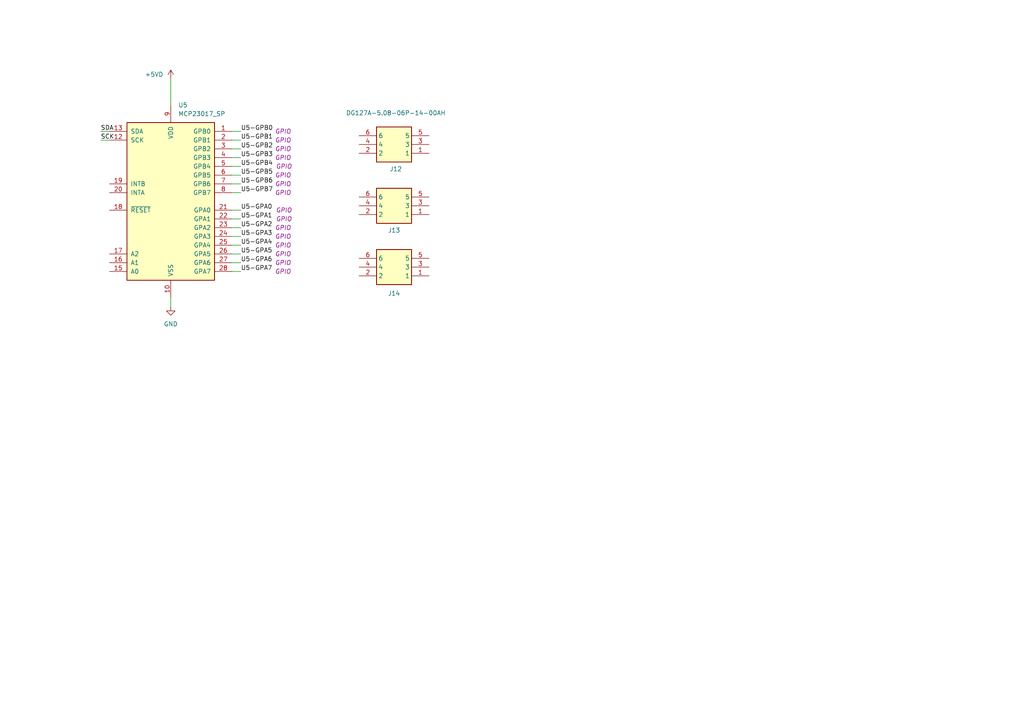
<source format=kicad_sch>
(kicad_sch (version 20250114) (generator "eeschema") (generator_version "9.0")
  (paper "A4")
  (lib_symbols
    (symbol "1_tme:DG127A-5.08-06P-14-00AH"
      (property "Reference" "J" (at 16.51 7.62 0))
      (property "Value" "DG127A-5.08-06P-14-00AH" (at 16.51 5.08 0))
      (symbol "DG127A-5.08-06P-14-00AH_1_1"
        (rectangle (start 5.08 2.54) (end 15.24 -7.62) (stroke (width 0.254)) (fill (type background)))
        (pin passive line (at 0 0 0) (length 5.08) (name "2") (number "2"))
        (pin passive line (at 0 -2.54 0) (length 5.08) (name "4") (number "4"))
        (pin passive line (at 0 -5.08 0) (length 5.08) (name "6") (number "6"))
        (pin passive line (at 20.32 0 180) (length 5.08) (name "1") (number "1"))
        (pin passive line (at 20.32 -2.54 180) (length 5.08) (name "3") (number "3"))
        (pin passive line (at 20.32 -5.08 180) (length 5.08) (name "5") (number "5"))
      )
    )
    (symbol "Interface_Expansion:MCP23017_SP" (pin_names (offset 1.016))
      (property "Reference" "U" (at -11.43 24.13 0))
      (property "Value" "MCP23017_SP" (at 0 0 0))
      (symbol "MCP23017_SP_0_1"
        (rectangle (start -12.7 22.86) (end 12.7 -22.86) (stroke (width 0.254)) (fill (type background)))
      )
      (symbol "MCP23017_SP_1_1"
        (pin bidirectional line (at -17.78 20.32 0) (length 5.08) (name "SDA") (number "13"))
        (pin input line (at -17.78 17.78 0) (length 5.08) (name "SCK") (number "12"))
        (pin tri_state line (at -17.78 5.08 0) (length 5.08) (name "INTB") (number "19"))
        (pin tri_state line (at -17.78 2.54 0) (length 5.08) (name "INTA") (number "20"))
        (pin input line (at -17.78 -2.54 0) (length 5.08) (name "~{RESET}") (number "18"))
        (pin input line (at -17.78 -15.24 0) (length 5.08) (name "A2") (number "17"))
        (pin input line (at -17.78 -17.78 0) (length 5.08) (name "A1") (number "16"))
        (pin input line (at -17.78 -20.32 0) (length 5.08) (name "A0") (number "15"))
        (pin no_connect line (at -12.7 15.24 0) (length 5.08) (hide yes) (name "NC") (number "11"))
        (pin no_connect line (at -12.7 12.7 0) (length 5.08) (hide yes) (name "NC") (number "14"))
        (pin power_in line (at 0 27.94 270) (length 5.08) (name "VDD") (number "9"))
        (pin power_in line (at 0 -27.94 90) (length 5.08) (name "VSS") (number "10"))
        (pin bidirectional line (at 17.78 20.32 180) (length 5.08) (name "GPB0") (number "1"))
        (pin bidirectional line (at 17.78 17.78 180) (length 5.08) (name "GPB1") (number "2"))
        (pin bidirectional line (at 17.78 15.24 180) (length 5.08) (name "GPB2") (number "3"))
        (pin bidirectional line (at 17.78 12.7 180) (length 5.08) (name "GPB3") (number "4"))
        (pin bidirectional line (at 17.78 10.16 180) (length 5.08) (name "GPB4") (number "5"))
        (pin bidirectional line (at 17.78 7.62 180) (length 5.08) (name "GPB5") (number "6"))
        (pin bidirectional line (at 17.78 5.08 180) (length 5.08) (name "GPB6") (number "7"))
        (pin output line (at 17.78 2.54 180) (length 5.08) (name "GPB7") (number "8"))
        (pin bidirectional line (at 17.78 -2.54 180) (length 5.08) (name "GPA0") (number "21"))
        (pin bidirectional line (at 17.78 -5.08 180) (length 5.08) (name "GPA1") (number "22"))
        (pin bidirectional line (at 17.78 -7.62 180) (length 5.08) (name "GPA2") (number "23"))
        (pin bidirectional line (at 17.78 -10.16 180) (length 5.08) (name "GPA3") (number "24"))
        (pin bidirectional line (at 17.78 -12.7 180) (length 5.08) (name "GPA4") (number "25"))
        (pin bidirectional line (at 17.78 -15.24 180) (length 5.08) (name "GPA5") (number "26"))
        (pin bidirectional line (at 17.78 -17.78 180) (length 5.08) (name "GPA6") (number "27"))
        (pin output line (at 17.78 -20.32 180) (length 5.08) (name "GPA7") (number "28"))
      )
    )
    (symbol "power:+5VD" (power) (pin_numbers (hide yes)) (pin_names (offset 0) (hide yes))
      (property "Value" "+5VD" (at 0 3.556 0))
      (symbol "+5VD_0_1"
        (polyline (pts (xy -0.762 1.27) (xy 0 2.54)))
        (polyline (pts (xy 0 2.54) (xy 0.762 1.27)))
        (polyline (pts (xy 0 0) (xy 0 2.54)))
      )
      (symbol "+5VD_1_1"
        (pin power_in line (at 0 0 90) (length 0) (name "~") (number "1"))
      )
    )
    (symbol "power:GND" (power) (pin_numbers (hide yes)) (pin_names (offset 0) (hide yes))
      (property "Value" "GND" (at 0 -3.81 0))
      (symbol "GND_0_1"
        (polyline (pts (xy 0 0) (xy 0 -1.27) (xy 1.27 -1.27) (xy 0 -2.54) (xy -1.27 -1.27) (xy 0 -1.27)))
      )
      (symbol "GND_1_1"
        (pin power_in line (at 0 0 270) (length 0) (name "~") (number "1"))
      )
    )
  )
  (wire (pts (xy 29.21 40.64) (xy 31.75 40.64)))
  (wire (pts (xy 69.85 45.72) (xy 67.31 45.72)))
  (wire (pts (xy 69.85 66.04) (xy 67.31 66.04)))
  (wire (pts (xy 69.85 73.66) (xy 67.31 73.66)))
  (wire (pts (xy 69.85 68.58) (xy 67.31 68.58)))
  (wire (pts (xy 69.85 40.64) (xy 67.31 40.64)))
  (wire (pts (xy 69.85 43.18) (xy 67.31 43.18)))
  (wire (pts (xy 69.85 48.26) (xy 67.31 48.26)))
  (wire (pts (xy 69.85 63.5) (xy 67.31 63.5)))
  (wire (pts (xy 69.85 55.88) (xy 67.31 55.88)))
  (wire (pts (xy 69.85 76.2) (xy 67.31 76.2)))
  (wire (pts (xy 29.21 38.1) (xy 31.75 38.1)))
  (wire (pts (xy 69.85 60.96) (xy 67.31 60.96)))
  (wire (pts (xy 69.85 78.74) (xy 67.31 78.74)))
  (wire (pts (xy 49.53 22.86) (xy 49.53 30.48)))
  (wire (pts (xy 49.53 86.36) (xy 49.53 88.9)))
  (wire (pts (xy 69.85 38.1) (xy 67.31 38.1)))
  (wire (pts (xy 69.85 50.8) (xy 67.31 50.8)))
  (wire (pts (xy 69.85 53.34) (xy 67.31 53.34)))
  (wire (pts (xy 69.85 71.12) (xy 67.31 71.12)))
  (label "SCK" (at 29.21 40.64 0))
  (label "U5-GPB1" (at 69.85 40.64 0) (property "Netclass" "GPIO" (at 79.756 40.64 0) (effects (font (italic yes)) (justify left))))
  (label "U5-GPA2" (at 69.85 66.04 0) (property "Netclass" "GPIO" (at 79.756 66.04 0) (effects (font (italic yes)) (justify left))))
  (label "U5-GPB2" (at 69.85 43.18 0) (property "Netclass" "GPIO" (at 79.756 43.18 0) (effects (font (italic yes)) (justify left))))
  (label "U5-GPB0" (at 69.85 38.1 0) (property "Netclass" "GPIO" (at 79.756 38.1 0) (effects (font (italic yes)) (justify left))))
  (label "SDA" (at 29.21 38.1 0))
  (label "U5-GPA3" (at 69.85 68.58 0) (property "Netclass" "GPIO" (at 79.756 68.58 0) (effects (font (italic yes)) (justify left))))
  (label "U5-GPB5" (at 69.85 50.8 0) (property "Netclass" "GPIO" (at 79.756 50.8 0) (effects (font (italic yes)) (justify left))))
  (label "U5-GPB7" (at 69.85 55.88 0) (property "Netclass" "GPIO" (at 79.756 55.88 0) (effects (font (italic yes)) (justify left))))
  (label "U5-GPA5" (at 69.85 73.66 0) (property "Netclass" "GPIO" (at 79.756 73.66 0) (effects (font (italic yes)) (justify left))))
  (label "U5-GPB4" (at 69.85 48.26 0) (property "Netclass" "GPIO" (at 80.01 48.26 0) (effects (font (italic yes)) (justify left))))
  (label "U5-GPB6" (at 69.85 53.34 0) (property "Netclass" "GPIO" (at 79.756 53.34 0) (effects (font (italic yes)) (justify left))))
  (label "U5-GPA4" (at 69.85 71.12 0) (property "Netclass" "GPIO" (at 79.756 71.12 0) (effects (font (italic yes)) (justify left))))
  (label "U5-GPA0" (at 69.85 60.96 0) (property "Netclass" "GPIO" (at 80.01 60.96 0) (effects (font (italic yes)) (justify left))))
  (label "U5-GPB3" (at 69.85 45.72 0) (property "Netclass" "GPIO" (at 79.756 45.72 0) (effects (font (italic yes)) (justify left))))
  (label "U5-GPA7" (at 69.85 78.74 0) (property "Netclass" "GPIO" (at 79.756 78.74 0) (effects (font (italic yes)) (justify left))))
  (label "U5-GPA6" (at 69.85 76.2 0) (property "Netclass" "GPIO" (at 79.756 76.2 0) (effects (font (italic yes)) (justify left))))
  (label "U5-GPA1" (at 69.85 63.5 0) (property "Netclass" "GPIO" (at 80.01 63.5 0) (effects (font (italic yes)) (justify left))))
  (symbol (lib_id "power:+5VD") (at 49.53 22.86 0) (unit 1)
    (property "Reference" "#PWR011" (effects (hide yes)))
    (property "Value" "+5VD" (at 44.704 21.59 0))
    (property "Description" "Power symbol creates a global label with name \"+5VD\"" (effects (hide yes)))
  )
  (symbol (lib_id "1_tme:DG127A-5.08-06P-14-00AH") (at 104.14 44.45 0) (mirror x) (unit 1)
    (property "Reference" "J12" (at 114.808 49.022 0))
    (property "Value" "DG127A-5.08-06P-14-00AH" (at 114.808 32.766 0))
    (property "Footprint" "DG127A50806P1400AH" (effects (hide yes)))
    (property "Datasheet" "https://www.degson.com/index.php?a=downloadFile&id=1094971&name=%27ZmlsZTQ=%27&lang=en" (effects (hide yes)))
    (property "Description" "PCB terminal block; angled 90; 5.08mm; ways: 6; on PCBs; terminal" (effects (hide yes)))
    (property "Height" "19.41" (effects (hide yes)))
    (property "Manufacturer_Name" "Degson" (effects (hide yes)))
    (property "Manufacturer_Part_Number" "DG127A-5.08-06P-14-00AH" (effects (hide yes)))
  )
  (symbol (lib_id "Interface_Expansion:MCP23017_SP") (at 49.53 58.42 0) (unit 1)
    (property "Reference" "U5" (at 51.6733 30.48 0) (effects (justify left)))
    (property "Value" "MCP23017_SP" (at 51.6733 33.02 0) (effects (justify left)))
    (property "Footprint" "Package_DIP:DIP-28_W7.62mm" (effects (hide yes)))
    (property "Datasheet" "https://ww1.microchip.com/downloads/aemDocuments/documents/APID/ProductDocuments/DataSheets/MCP23017-Data-Sheet-DS20001952.pdf" (effects (hide yes)))
    (property "Description" "16-bit I/O expander, I2C, interrupts, w pull-ups, SPDIP-28" (effects (hide yes)))
  )
  (symbol (lib_id "1_tme:DG127A-5.08-06P-14-00AH") (at 104.14 80.01 0) (mirror x) (unit 1)
    (property "Reference" "J14" (at 114.3 85.09 0))
    (property "Value" "DG127A-5.08-06P-14-00AH" (effects (hide yes)))
    (property "Footprint" "DG127A50806P1400AH" (effects (hide yes)))
    (property "Datasheet" "https://www.degson.com/index.php?a=downloadFile&id=1094971&name=%27ZmlsZTQ=%27&lang=en" (effects (hide yes)))
    (property "Description" "PCB terminal block; angled 90; 5.08mm; ways: 6; on PCBs; terminal" (effects (hide yes)))
    (property "Height" "19.41" (effects (hide yes)))
    (property "Manufacturer_Name" "Degson" (effects (hide yes)))
    (property "Manufacturer_Part_Number" "DG127A-5.08-06P-14-00AH" (effects (hide yes)))
  )
  (symbol (lib_id "power:GND") (at 49.53 88.9 0) (unit 1)
    (property "Reference" "#PWR012" (effects (hide yes)))
    (property "Value" "GND" (at 49.53 93.98 0))
    (property "Description" "Power symbol creates a global label with name \"GND\" , ground" (effects (hide yes)))
  )
  (symbol (lib_id "1_tme:DG127A-5.08-06P-14-00AH") (at 104.14 62.23 0) (mirror x) (unit 1)
    (property "Reference" "J13" (at 114.3 66.802 0))
    (property "Value" "DG127A-5.08-06P-14-00AH" (effects (hide yes)))
    (property "Footprint" "DG127A50806P1400AH" (effects (hide yes)))
    (property "Datasheet" "https://www.degson.com/index.php?a=downloadFile&id=1094971&name=%27ZmlsZTQ=%27&lang=en" (effects (hide yes)))
    (property "Description" "PCB terminal block; angled 90; 5.08mm; ways: 6; on PCBs; terminal" (effects (hide yes)))
    (property "Height" "19.41" (effects (hide yes)))
    (property "Manufacturer_Name" "Degson" (effects (hide yes)))
    (property "Manufacturer_Part_Number" "DG127A-5.08-06P-14-00AH" (effects (hide yes)))
  )
)
</source>
